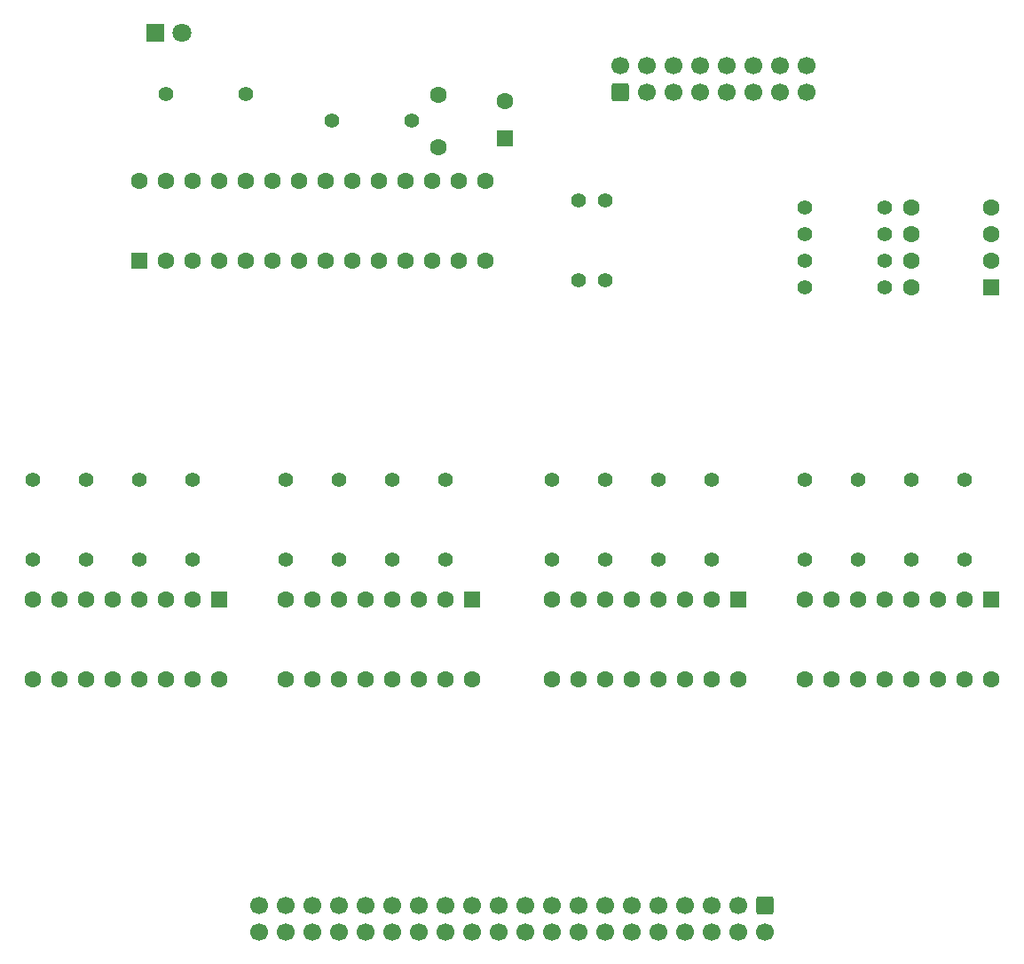
<source format=gbr>
%TF.GenerationSoftware,KiCad,Pcbnew,9.0.7*%
%TF.CreationDate,2026-02-03T14:01:29+01:00*%
%TF.ProjectId,lokho2-relays,6c6f6b68-6f32-42d7-9265-6c6179732e6b,rev?*%
%TF.SameCoordinates,Original*%
%TF.FileFunction,Soldermask,Bot*%
%TF.FilePolarity,Negative*%
%FSLAX46Y46*%
G04 Gerber Fmt 4.6, Leading zero omitted, Abs format (unit mm)*
G04 Created by KiCad (PCBNEW 9.0.7) date 2026-02-03 14:01:29*
%MOMM*%
%LPD*%
G01*
G04 APERTURE LIST*
G04 Aperture macros list*
%AMRoundRect*
0 Rectangle with rounded corners*
0 $1 Rounding radius*
0 $2 $3 $4 $5 $6 $7 $8 $9 X,Y pos of 4 corners*
0 Add a 4 corners polygon primitive as box body*
4,1,4,$2,$3,$4,$5,$6,$7,$8,$9,$2,$3,0*
0 Add four circle primitives for the rounded corners*
1,1,$1+$1,$2,$3*
1,1,$1+$1,$4,$5*
1,1,$1+$1,$6,$7*
1,1,$1+$1,$8,$9*
0 Add four rect primitives between the rounded corners*
20,1,$1+$1,$2,$3,$4,$5,0*
20,1,$1+$1,$4,$5,$6,$7,0*
20,1,$1+$1,$6,$7,$8,$9,0*
20,1,$1+$1,$8,$9,$2,$3,0*%
G04 Aperture macros list end*
%ADD10C,1.400000*%
%ADD11RoundRect,0.250000X-0.550000X0.550000X-0.550000X-0.550000X0.550000X-0.550000X0.550000X0.550000X0*%
%ADD12C,1.600000*%
%ADD13RoundRect,0.250000X-0.600000X0.600000X-0.600000X-0.600000X0.600000X-0.600000X0.600000X0.600000X0*%
%ADD14C,1.700000*%
%ADD15R,1.800000X1.800000*%
%ADD16C,1.800000*%
%ADD17RoundRect,0.250000X0.600000X-0.600000X0.600000X0.600000X-0.600000X0.600000X-0.600000X-0.600000X0*%
%ADD18RoundRect,0.250000X0.550000X-0.550000X0.550000X0.550000X-0.550000X0.550000X-0.550000X-0.550000X0*%
%ADD19RoundRect,0.250000X0.550000X0.550000X-0.550000X0.550000X-0.550000X-0.550000X0.550000X-0.550000X0*%
G04 APERTURE END LIST*
D10*
%TO.C,R15*%
X183820000Y-95720000D03*
X183820000Y-103340000D03*
%TD*%
%TO.C,R18*%
X115240000Y-95720000D03*
X115240000Y-103340000D03*
%TD*%
%TO.C,R10*%
X164770000Y-95720000D03*
X164770000Y-103340000D03*
%TD*%
%TO.C,R4*%
X186360000Y-69685000D03*
X178740000Y-69685000D03*
%TD*%
%TO.C,R20*%
X105080000Y-95720000D03*
X105080000Y-103340000D03*
%TD*%
D11*
%TO.C,U5*%
X122860000Y-107150000D03*
D12*
X120320000Y-107150000D03*
X117780000Y-107150000D03*
X115240000Y-107150000D03*
X112700000Y-107150000D03*
X110160000Y-107150000D03*
X107620000Y-107150000D03*
X105080000Y-107150000D03*
X105080000Y-114770000D03*
X107620000Y-114770000D03*
X110160000Y-114770000D03*
X112700000Y-114770000D03*
X115240000Y-114770000D03*
X117780000Y-114770000D03*
X120320000Y-114770000D03*
X122860000Y-114770000D03*
%TD*%
D10*
%TO.C,R14*%
X188900000Y-95720000D03*
X188900000Y-103340000D03*
%TD*%
%TO.C,R7*%
X125400000Y-58890000D03*
X117780000Y-58890000D03*
%TD*%
%TO.C,R22*%
X139370000Y-95720000D03*
X139370000Y-103340000D03*
%TD*%
D12*
%TO.C,C2*%
X143815000Y-58930000D03*
X143815000Y-63930000D03*
%TD*%
D13*
%TO.C,J1*%
X174930000Y-136360000D03*
D14*
X174930000Y-138900000D03*
X172390000Y-136360000D03*
X172390000Y-138900000D03*
X169850000Y-136360000D03*
X169850000Y-138900000D03*
X167310000Y-136360000D03*
X167310000Y-138900000D03*
X164770000Y-136360000D03*
X164770000Y-138900000D03*
X162230000Y-136360000D03*
X162230000Y-138900000D03*
X159690000Y-136360000D03*
X159690000Y-138900000D03*
X157150000Y-136360000D03*
X157150000Y-138900000D03*
X154610000Y-136360000D03*
X154610000Y-138900000D03*
X152070000Y-136360000D03*
X152070000Y-138900000D03*
X149530000Y-136360000D03*
X149530000Y-138900000D03*
X146990000Y-136360000D03*
X146990000Y-138900000D03*
X144450000Y-136360000D03*
X144450000Y-138900000D03*
X141910000Y-136360000D03*
X141910000Y-138900000D03*
X139370000Y-136360000D03*
X139370000Y-138900000D03*
X136830000Y-136360000D03*
X136830000Y-138900000D03*
X134290000Y-136360000D03*
X134290000Y-138900000D03*
X131750000Y-136360000D03*
X131750000Y-138900000D03*
X129210000Y-136360000D03*
X129210000Y-138900000D03*
X126670000Y-136360000D03*
X126670000Y-138900000D03*
%TD*%
D10*
%TO.C,R9*%
X169850000Y-95720000D03*
X169850000Y-103340000D03*
%TD*%
D11*
%TO.C,U3*%
X172390000Y-107150000D03*
D12*
X169850000Y-107150000D03*
X167310000Y-107150000D03*
X164770000Y-107150000D03*
X162230000Y-107150000D03*
X159690000Y-107150000D03*
X157150000Y-107150000D03*
X154610000Y-107150000D03*
X154610000Y-114770000D03*
X157150000Y-114770000D03*
X159690000Y-114770000D03*
X162230000Y-114770000D03*
X164770000Y-114770000D03*
X167310000Y-114770000D03*
X169850000Y-114770000D03*
X172390000Y-114770000D03*
%TD*%
D15*
%TO.C,D1*%
X116730000Y-53000000D03*
D16*
X119270000Y-53000000D03*
%TD*%
D10*
%TO.C,R24*%
X129210000Y-95720000D03*
X129210000Y-103340000D03*
%TD*%
D11*
%TO.C,U4*%
X196520000Y-107150000D03*
D12*
X193980000Y-107150000D03*
X191440000Y-107150000D03*
X188900000Y-107150000D03*
X186360000Y-107150000D03*
X183820000Y-107150000D03*
X181280000Y-107150000D03*
X178740000Y-107150000D03*
X178740000Y-114770000D03*
X181280000Y-114770000D03*
X183820000Y-114770000D03*
X186360000Y-114770000D03*
X188900000Y-114770000D03*
X191440000Y-114770000D03*
X193980000Y-114770000D03*
X196520000Y-114770000D03*
%TD*%
D10*
%TO.C,R19*%
X110160000Y-95720000D03*
X110160000Y-103340000D03*
%TD*%
%TO.C,R23*%
X134290000Y-95720000D03*
X134290000Y-103340000D03*
%TD*%
%TO.C,R1*%
X186360000Y-77305000D03*
X178740000Y-77305000D03*
%TD*%
%TO.C,R5*%
X159690000Y-69050000D03*
X159690000Y-76670000D03*
%TD*%
%TO.C,R11*%
X159690000Y-95720000D03*
X159690000Y-103340000D03*
%TD*%
D17*
%TO.C,SPI1*%
X161110000Y-58697500D03*
D14*
X161110000Y-56157500D03*
X163650000Y-58697500D03*
X163650000Y-56157500D03*
X166190000Y-58697500D03*
X166190000Y-56157500D03*
X168730000Y-58697500D03*
X168730000Y-56157500D03*
X171270000Y-58697500D03*
X171270000Y-56157500D03*
X173810000Y-58697500D03*
X173810000Y-56157500D03*
X176350000Y-58697500D03*
X176350000Y-56157500D03*
X178890000Y-58697500D03*
X178890000Y-56157500D03*
%TD*%
D10*
%TO.C,R2*%
X186360000Y-74765000D03*
X178740000Y-74765000D03*
%TD*%
%TO.C,R16*%
X178740000Y-95720000D03*
X178740000Y-103340000D03*
%TD*%
%TO.C,R21*%
X144450000Y-95720000D03*
X144450000Y-103340000D03*
%TD*%
%TO.C,R8*%
X141275000Y-61430000D03*
X133655000Y-61430000D03*
%TD*%
%TO.C,R17*%
X120320000Y-95720000D03*
X120320000Y-103340000D03*
%TD*%
D18*
%TO.C,C1*%
X150165000Y-63082651D03*
D12*
X150165000Y-59582651D03*
%TD*%
D19*
%TO.C,SW1*%
X196520000Y-77305000D03*
D12*
X196520000Y-74765000D03*
X196520000Y-72225000D03*
X196520000Y-69685000D03*
X188900000Y-69685000D03*
X188900000Y-72225000D03*
X188900000Y-74765000D03*
X188900000Y-77305000D03*
%TD*%
D11*
%TO.C,U6*%
X146990000Y-107150000D03*
D12*
X144450000Y-107150000D03*
X141910000Y-107150000D03*
X139370000Y-107150000D03*
X136830000Y-107150000D03*
X134290000Y-107150000D03*
X131750000Y-107150000D03*
X129210000Y-107150000D03*
X129210000Y-114770000D03*
X131750000Y-114770000D03*
X134290000Y-114770000D03*
X136830000Y-114770000D03*
X139370000Y-114770000D03*
X141910000Y-114770000D03*
X144450000Y-114770000D03*
X146990000Y-114770000D03*
%TD*%
D10*
%TO.C,R12*%
X154610000Y-95720000D03*
X154610000Y-103340000D03*
%TD*%
%TO.C,R6*%
X157150000Y-76670000D03*
X157150000Y-69050000D03*
%TD*%
%TO.C,R13*%
X193980000Y-95720000D03*
X193980000Y-103340000D03*
%TD*%
%TO.C,R3*%
X186360000Y-72225000D03*
X178740000Y-72225000D03*
%TD*%
D18*
%TO.C,U2*%
X115240000Y-74765000D03*
D12*
X117780000Y-74765000D03*
X120320000Y-74765000D03*
X122860000Y-74765000D03*
X125400000Y-74765000D03*
X127940000Y-74765000D03*
X130480000Y-74765000D03*
X133020000Y-74765000D03*
X135560000Y-74765000D03*
X138100000Y-74765000D03*
X140640000Y-74765000D03*
X143180000Y-74765000D03*
X145720000Y-74765000D03*
X148260000Y-74765000D03*
X148260000Y-67145000D03*
X145720000Y-67145000D03*
X143180000Y-67145000D03*
X140640000Y-67145000D03*
X138100000Y-67145000D03*
X135560000Y-67145000D03*
X133020000Y-67145000D03*
X130480000Y-67145000D03*
X127940000Y-67145000D03*
X125400000Y-67145000D03*
X122860000Y-67145000D03*
X120320000Y-67145000D03*
X117780000Y-67145000D03*
X115240000Y-67145000D03*
%TD*%
M02*

</source>
